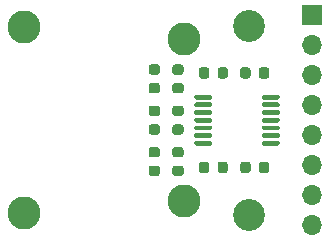
<source format=gbr>
%TF.GenerationSoftware,KiCad,Pcbnew,(5.1.8-0-10_14)*%
%TF.CreationDate,2020-12-30T16:32:28+01:00*%
%TF.ProjectId,Sensor-Board,53656e73-6f72-42d4-926f-6172642e6b69,1*%
%TF.SameCoordinates,Original*%
%TF.FileFunction,Soldermask,Top*%
%TF.FilePolarity,Negative*%
%FSLAX46Y46*%
G04 Gerber Fmt 4.6, Leading zero omitted, Abs format (unit mm)*
G04 Created by KiCad (PCBNEW (5.1.8-0-10_14)) date 2020-12-30 16:32:28*
%MOMM*%
%LPD*%
G01*
G04 APERTURE LIST*
%ADD10C,2.700000*%
%ADD11O,1.700000X1.700000*%
%ADD12R,1.700000X1.700000*%
%ADD13C,2.800000*%
G04 APERTURE END LIST*
D10*
%TO.C,REF\u002A\u002A*%
X151000000Y-108000000D03*
%TD*%
%TO.C,REF\u002A\u002A*%
X151000000Y-92000000D03*
%TD*%
D11*
%TO.C,J2*%
X156350000Y-108890000D03*
X156350000Y-106350000D03*
X156350000Y-103810000D03*
X156350000Y-101270000D03*
X156350000Y-98730000D03*
X156350000Y-96190000D03*
X156350000Y-93650000D03*
D12*
X156350000Y-91110000D03*
%TD*%
D13*
%TO.C,J1*%
X132000000Y-107850000D03*
X132000000Y-92150000D03*
X145500000Y-106850000D03*
X145500000Y-93150000D03*
%TD*%
%TO.C,U1*%
G36*
G01*
X152125000Y-98150000D02*
X152125000Y-97950000D01*
G75*
G02*
X152225000Y-97850000I100000J0D01*
G01*
X153500000Y-97850000D01*
G75*
G02*
X153600000Y-97950000I0J-100000D01*
G01*
X153600000Y-98150000D01*
G75*
G02*
X153500000Y-98250000I-100000J0D01*
G01*
X152225000Y-98250000D01*
G75*
G02*
X152125000Y-98150000I0J100000D01*
G01*
G37*
G36*
G01*
X152125000Y-98800000D02*
X152125000Y-98600000D01*
G75*
G02*
X152225000Y-98500000I100000J0D01*
G01*
X153500000Y-98500000D01*
G75*
G02*
X153600000Y-98600000I0J-100000D01*
G01*
X153600000Y-98800000D01*
G75*
G02*
X153500000Y-98900000I-100000J0D01*
G01*
X152225000Y-98900000D01*
G75*
G02*
X152125000Y-98800000I0J100000D01*
G01*
G37*
G36*
G01*
X152125000Y-99450000D02*
X152125000Y-99250000D01*
G75*
G02*
X152225000Y-99150000I100000J0D01*
G01*
X153500000Y-99150000D01*
G75*
G02*
X153600000Y-99250000I0J-100000D01*
G01*
X153600000Y-99450000D01*
G75*
G02*
X153500000Y-99550000I-100000J0D01*
G01*
X152225000Y-99550000D01*
G75*
G02*
X152125000Y-99450000I0J100000D01*
G01*
G37*
G36*
G01*
X152125000Y-100100000D02*
X152125000Y-99900000D01*
G75*
G02*
X152225000Y-99800000I100000J0D01*
G01*
X153500000Y-99800000D01*
G75*
G02*
X153600000Y-99900000I0J-100000D01*
G01*
X153600000Y-100100000D01*
G75*
G02*
X153500000Y-100200000I-100000J0D01*
G01*
X152225000Y-100200000D01*
G75*
G02*
X152125000Y-100100000I0J100000D01*
G01*
G37*
G36*
G01*
X152125000Y-100750000D02*
X152125000Y-100550000D01*
G75*
G02*
X152225000Y-100450000I100000J0D01*
G01*
X153500000Y-100450000D01*
G75*
G02*
X153600000Y-100550000I0J-100000D01*
G01*
X153600000Y-100750000D01*
G75*
G02*
X153500000Y-100850000I-100000J0D01*
G01*
X152225000Y-100850000D01*
G75*
G02*
X152125000Y-100750000I0J100000D01*
G01*
G37*
G36*
G01*
X152125000Y-101400000D02*
X152125000Y-101200000D01*
G75*
G02*
X152225000Y-101100000I100000J0D01*
G01*
X153500000Y-101100000D01*
G75*
G02*
X153600000Y-101200000I0J-100000D01*
G01*
X153600000Y-101400000D01*
G75*
G02*
X153500000Y-101500000I-100000J0D01*
G01*
X152225000Y-101500000D01*
G75*
G02*
X152125000Y-101400000I0J100000D01*
G01*
G37*
G36*
G01*
X152125000Y-102050000D02*
X152125000Y-101850000D01*
G75*
G02*
X152225000Y-101750000I100000J0D01*
G01*
X153500000Y-101750000D01*
G75*
G02*
X153600000Y-101850000I0J-100000D01*
G01*
X153600000Y-102050000D01*
G75*
G02*
X153500000Y-102150000I-100000J0D01*
G01*
X152225000Y-102150000D01*
G75*
G02*
X152125000Y-102050000I0J100000D01*
G01*
G37*
G36*
G01*
X146400000Y-102050000D02*
X146400000Y-101850000D01*
G75*
G02*
X146500000Y-101750000I100000J0D01*
G01*
X147775000Y-101750000D01*
G75*
G02*
X147875000Y-101850000I0J-100000D01*
G01*
X147875000Y-102050000D01*
G75*
G02*
X147775000Y-102150000I-100000J0D01*
G01*
X146500000Y-102150000D01*
G75*
G02*
X146400000Y-102050000I0J100000D01*
G01*
G37*
G36*
G01*
X146400000Y-101400000D02*
X146400000Y-101200000D01*
G75*
G02*
X146500000Y-101100000I100000J0D01*
G01*
X147775000Y-101100000D01*
G75*
G02*
X147875000Y-101200000I0J-100000D01*
G01*
X147875000Y-101400000D01*
G75*
G02*
X147775000Y-101500000I-100000J0D01*
G01*
X146500000Y-101500000D01*
G75*
G02*
X146400000Y-101400000I0J100000D01*
G01*
G37*
G36*
G01*
X146400000Y-100750000D02*
X146400000Y-100550000D01*
G75*
G02*
X146500000Y-100450000I100000J0D01*
G01*
X147775000Y-100450000D01*
G75*
G02*
X147875000Y-100550000I0J-100000D01*
G01*
X147875000Y-100750000D01*
G75*
G02*
X147775000Y-100850000I-100000J0D01*
G01*
X146500000Y-100850000D01*
G75*
G02*
X146400000Y-100750000I0J100000D01*
G01*
G37*
G36*
G01*
X146400000Y-100100000D02*
X146400000Y-99900000D01*
G75*
G02*
X146500000Y-99800000I100000J0D01*
G01*
X147775000Y-99800000D01*
G75*
G02*
X147875000Y-99900000I0J-100000D01*
G01*
X147875000Y-100100000D01*
G75*
G02*
X147775000Y-100200000I-100000J0D01*
G01*
X146500000Y-100200000D01*
G75*
G02*
X146400000Y-100100000I0J100000D01*
G01*
G37*
G36*
G01*
X146400000Y-99450000D02*
X146400000Y-99250000D01*
G75*
G02*
X146500000Y-99150000I100000J0D01*
G01*
X147775000Y-99150000D01*
G75*
G02*
X147875000Y-99250000I0J-100000D01*
G01*
X147875000Y-99450000D01*
G75*
G02*
X147775000Y-99550000I-100000J0D01*
G01*
X146500000Y-99550000D01*
G75*
G02*
X146400000Y-99450000I0J100000D01*
G01*
G37*
G36*
G01*
X146400000Y-98800000D02*
X146400000Y-98600000D01*
G75*
G02*
X146500000Y-98500000I100000J0D01*
G01*
X147775000Y-98500000D01*
G75*
G02*
X147875000Y-98600000I0J-100000D01*
G01*
X147875000Y-98800000D01*
G75*
G02*
X147775000Y-98900000I-100000J0D01*
G01*
X146500000Y-98900000D01*
G75*
G02*
X146400000Y-98800000I0J100000D01*
G01*
G37*
G36*
G01*
X146400000Y-98150000D02*
X146400000Y-97950000D01*
G75*
G02*
X146500000Y-97850000I100000J0D01*
G01*
X147775000Y-97850000D01*
G75*
G02*
X147875000Y-97950000I0J-100000D01*
G01*
X147875000Y-98150000D01*
G75*
G02*
X147775000Y-98250000I-100000J0D01*
G01*
X146500000Y-98250000D01*
G75*
G02*
X146400000Y-98150000I0J100000D01*
G01*
G37*
%TD*%
%TO.C,R14*%
G36*
G01*
X148350000Y-96256250D02*
X148350000Y-95743750D01*
G75*
G02*
X148568750Y-95525000I218750J0D01*
G01*
X149006250Y-95525000D01*
G75*
G02*
X149225000Y-95743750I0J-218750D01*
G01*
X149225000Y-96256250D01*
G75*
G02*
X149006250Y-96475000I-218750J0D01*
G01*
X148568750Y-96475000D01*
G75*
G02*
X148350000Y-96256250I0J218750D01*
G01*
G37*
G36*
G01*
X146775000Y-96256250D02*
X146775000Y-95743750D01*
G75*
G02*
X146993750Y-95525000I218750J0D01*
G01*
X147431250Y-95525000D01*
G75*
G02*
X147650000Y-95743750I0J-218750D01*
G01*
X147650000Y-96256250D01*
G75*
G02*
X147431250Y-96475000I-218750J0D01*
G01*
X146993750Y-96475000D01*
G75*
G02*
X146775000Y-96256250I0J218750D01*
G01*
G37*
%TD*%
%TO.C,R13*%
G36*
G01*
X143256250Y-96150000D02*
X142743750Y-96150000D01*
G75*
G02*
X142525000Y-95931250I0J218750D01*
G01*
X142525000Y-95493750D01*
G75*
G02*
X142743750Y-95275000I218750J0D01*
G01*
X143256250Y-95275000D01*
G75*
G02*
X143475000Y-95493750I0J-218750D01*
G01*
X143475000Y-95931250D01*
G75*
G02*
X143256250Y-96150000I-218750J0D01*
G01*
G37*
G36*
G01*
X143256250Y-97725000D02*
X142743750Y-97725000D01*
G75*
G02*
X142525000Y-97506250I0J218750D01*
G01*
X142525000Y-97068750D01*
G75*
G02*
X142743750Y-96850000I218750J0D01*
G01*
X143256250Y-96850000D01*
G75*
G02*
X143475000Y-97068750I0J-218750D01*
G01*
X143475000Y-97506250D01*
G75*
G02*
X143256250Y-97725000I-218750J0D01*
G01*
G37*
%TD*%
%TO.C,R12*%
G36*
G01*
X142743750Y-100350000D02*
X143256250Y-100350000D01*
G75*
G02*
X143475000Y-100568750I0J-218750D01*
G01*
X143475000Y-101006250D01*
G75*
G02*
X143256250Y-101225000I-218750J0D01*
G01*
X142743750Y-101225000D01*
G75*
G02*
X142525000Y-101006250I0J218750D01*
G01*
X142525000Y-100568750D01*
G75*
G02*
X142743750Y-100350000I218750J0D01*
G01*
G37*
G36*
G01*
X142743750Y-98775000D02*
X143256250Y-98775000D01*
G75*
G02*
X143475000Y-98993750I0J-218750D01*
G01*
X143475000Y-99431250D01*
G75*
G02*
X143256250Y-99650000I-218750J0D01*
G01*
X142743750Y-99650000D01*
G75*
G02*
X142525000Y-99431250I0J218750D01*
G01*
X142525000Y-98993750D01*
G75*
G02*
X142743750Y-98775000I218750J0D01*
G01*
G37*
%TD*%
%TO.C,R11*%
G36*
G01*
X143256250Y-103150000D02*
X142743750Y-103150000D01*
G75*
G02*
X142525000Y-102931250I0J218750D01*
G01*
X142525000Y-102493750D01*
G75*
G02*
X142743750Y-102275000I218750J0D01*
G01*
X143256250Y-102275000D01*
G75*
G02*
X143475000Y-102493750I0J-218750D01*
G01*
X143475000Y-102931250D01*
G75*
G02*
X143256250Y-103150000I-218750J0D01*
G01*
G37*
G36*
G01*
X143256250Y-104725000D02*
X142743750Y-104725000D01*
G75*
G02*
X142525000Y-104506250I0J218750D01*
G01*
X142525000Y-104068750D01*
G75*
G02*
X142743750Y-103850000I218750J0D01*
G01*
X143256250Y-103850000D01*
G75*
G02*
X143475000Y-104068750I0J-218750D01*
G01*
X143475000Y-104506250D01*
G75*
G02*
X143256250Y-104725000I-218750J0D01*
G01*
G37*
%TD*%
%TO.C,D11*%
G36*
G01*
X151150000Y-95743750D02*
X151150000Y-96256250D01*
G75*
G02*
X150931250Y-96475000I-218750J0D01*
G01*
X150493750Y-96475000D01*
G75*
G02*
X150275000Y-96256250I0J218750D01*
G01*
X150275000Y-95743750D01*
G75*
G02*
X150493750Y-95525000I218750J0D01*
G01*
X150931250Y-95525000D01*
G75*
G02*
X151150000Y-95743750I0J-218750D01*
G01*
G37*
G36*
G01*
X152725000Y-95743750D02*
X152725000Y-96256250D01*
G75*
G02*
X152506250Y-96475000I-218750J0D01*
G01*
X152068750Y-96475000D01*
G75*
G02*
X151850000Y-96256250I0J218750D01*
G01*
X151850000Y-95743750D01*
G75*
G02*
X152068750Y-95525000I218750J0D01*
G01*
X152506250Y-95525000D01*
G75*
G02*
X152725000Y-95743750I0J-218750D01*
G01*
G37*
%TD*%
%TO.C,C15*%
G36*
G01*
X145256250Y-96150000D02*
X144743750Y-96150000D01*
G75*
G02*
X144525000Y-95931250I0J218750D01*
G01*
X144525000Y-95493750D01*
G75*
G02*
X144743750Y-95275000I218750J0D01*
G01*
X145256250Y-95275000D01*
G75*
G02*
X145475000Y-95493750I0J-218750D01*
G01*
X145475000Y-95931250D01*
G75*
G02*
X145256250Y-96150000I-218750J0D01*
G01*
G37*
G36*
G01*
X145256250Y-97725000D02*
X144743750Y-97725000D01*
G75*
G02*
X144525000Y-97506250I0J218750D01*
G01*
X144525000Y-97068750D01*
G75*
G02*
X144743750Y-96850000I218750J0D01*
G01*
X145256250Y-96850000D01*
G75*
G02*
X145475000Y-97068750I0J-218750D01*
G01*
X145475000Y-97506250D01*
G75*
G02*
X145256250Y-97725000I-218750J0D01*
G01*
G37*
%TD*%
%TO.C,C14*%
G36*
G01*
X145256250Y-99650000D02*
X144743750Y-99650000D01*
G75*
G02*
X144525000Y-99431250I0J218750D01*
G01*
X144525000Y-98993750D01*
G75*
G02*
X144743750Y-98775000I218750J0D01*
G01*
X145256250Y-98775000D01*
G75*
G02*
X145475000Y-98993750I0J-218750D01*
G01*
X145475000Y-99431250D01*
G75*
G02*
X145256250Y-99650000I-218750J0D01*
G01*
G37*
G36*
G01*
X145256250Y-101225000D02*
X144743750Y-101225000D01*
G75*
G02*
X144525000Y-101006250I0J218750D01*
G01*
X144525000Y-100568750D01*
G75*
G02*
X144743750Y-100350000I218750J0D01*
G01*
X145256250Y-100350000D01*
G75*
G02*
X145475000Y-100568750I0J-218750D01*
G01*
X145475000Y-101006250D01*
G75*
G02*
X145256250Y-101225000I-218750J0D01*
G01*
G37*
%TD*%
%TO.C,C13*%
G36*
G01*
X145256250Y-103150000D02*
X144743750Y-103150000D01*
G75*
G02*
X144525000Y-102931250I0J218750D01*
G01*
X144525000Y-102493750D01*
G75*
G02*
X144743750Y-102275000I218750J0D01*
G01*
X145256250Y-102275000D01*
G75*
G02*
X145475000Y-102493750I0J-218750D01*
G01*
X145475000Y-102931250D01*
G75*
G02*
X145256250Y-103150000I-218750J0D01*
G01*
G37*
G36*
G01*
X145256250Y-104725000D02*
X144743750Y-104725000D01*
G75*
G02*
X144525000Y-104506250I0J218750D01*
G01*
X144525000Y-104068750D01*
G75*
G02*
X144743750Y-103850000I218750J0D01*
G01*
X145256250Y-103850000D01*
G75*
G02*
X145475000Y-104068750I0J-218750D01*
G01*
X145475000Y-104506250D01*
G75*
G02*
X145256250Y-104725000I-218750J0D01*
G01*
G37*
%TD*%
%TO.C,C12*%
G36*
G01*
X151150000Y-103743750D02*
X151150000Y-104256250D01*
G75*
G02*
X150931250Y-104475000I-218750J0D01*
G01*
X150493750Y-104475000D01*
G75*
G02*
X150275000Y-104256250I0J218750D01*
G01*
X150275000Y-103743750D01*
G75*
G02*
X150493750Y-103525000I218750J0D01*
G01*
X150931250Y-103525000D01*
G75*
G02*
X151150000Y-103743750I0J-218750D01*
G01*
G37*
G36*
G01*
X152725000Y-103743750D02*
X152725000Y-104256250D01*
G75*
G02*
X152506250Y-104475000I-218750J0D01*
G01*
X152068750Y-104475000D01*
G75*
G02*
X151850000Y-104256250I0J218750D01*
G01*
X151850000Y-103743750D01*
G75*
G02*
X152068750Y-103525000I218750J0D01*
G01*
X152506250Y-103525000D01*
G75*
G02*
X152725000Y-103743750I0J-218750D01*
G01*
G37*
%TD*%
%TO.C,C11*%
G36*
G01*
X148350000Y-104256250D02*
X148350000Y-103743750D01*
G75*
G02*
X148568750Y-103525000I218750J0D01*
G01*
X149006250Y-103525000D01*
G75*
G02*
X149225000Y-103743750I0J-218750D01*
G01*
X149225000Y-104256250D01*
G75*
G02*
X149006250Y-104475000I-218750J0D01*
G01*
X148568750Y-104475000D01*
G75*
G02*
X148350000Y-104256250I0J218750D01*
G01*
G37*
G36*
G01*
X146775000Y-104256250D02*
X146775000Y-103743750D01*
G75*
G02*
X146993750Y-103525000I218750J0D01*
G01*
X147431250Y-103525000D01*
G75*
G02*
X147650000Y-103743750I0J-218750D01*
G01*
X147650000Y-104256250D01*
G75*
G02*
X147431250Y-104475000I-218750J0D01*
G01*
X146993750Y-104475000D01*
G75*
G02*
X146775000Y-104256250I0J218750D01*
G01*
G37*
%TD*%
M02*

</source>
